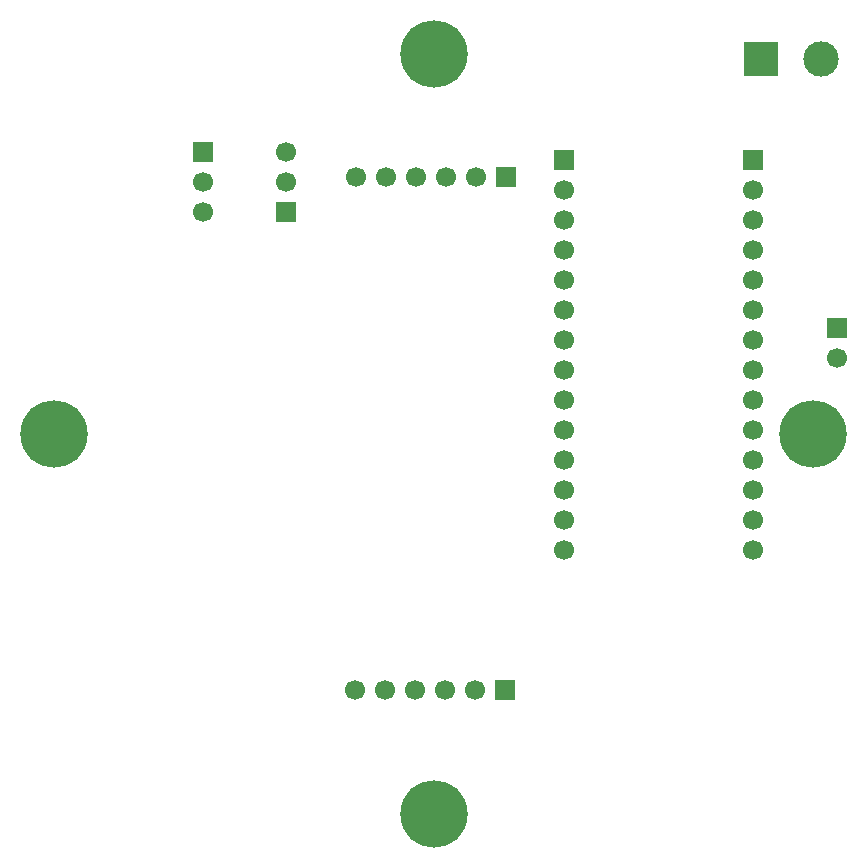
<source format=gbr>
%TF.GenerationSoftware,KiCad,Pcbnew,9.0.6*%
%TF.CreationDate,2026-01-19T06:48:40-03:00*%
%TF.ProjectId,control_dron_v5,636f6e74-726f-46c5-9f64-726f6e5f7635,rev?*%
%TF.SameCoordinates,Original*%
%TF.FileFunction,Soldermask,Bot*%
%TF.FilePolarity,Negative*%
%FSLAX46Y46*%
G04 Gerber Fmt 4.6, Leading zero omitted, Abs format (unit mm)*
G04 Created by KiCad (PCBNEW 9.0.6) date 2026-01-19 06:48:40*
%MOMM*%
%LPD*%
G01*
G04 APERTURE LIST*
%ADD10R,3.000000X3.000000*%
%ADD11C,3.000000*%
%ADD12R,1.700000X1.700000*%
%ADD13C,1.700000*%
%ADD14C,5.700000*%
G04 APERTURE END LIST*
D10*
%TO.C,J6*%
X167840000Y-44000000D03*
D11*
X172920000Y-44000000D03*
%TD*%
D12*
%TO.C,J2*%
X167165256Y-52615340D03*
D13*
X167165256Y-55155340D03*
X167165256Y-57695340D03*
X167165256Y-60235340D03*
X167165256Y-62775340D03*
X167165256Y-65315340D03*
X167165256Y-67855340D03*
X167165256Y-70395340D03*
X167165256Y-72935340D03*
X167165256Y-75475340D03*
X167165256Y-78015340D03*
X167165256Y-80555340D03*
X167165256Y-83095340D03*
X167165256Y-85635340D03*
%TD*%
D12*
%TO.C,J3*%
X146235000Y-53990000D03*
D13*
X143695000Y-53990000D03*
X141155000Y-53990000D03*
X138615000Y-53990000D03*
X136075000Y-53990000D03*
X133535000Y-53990000D03*
%TD*%
D14*
%TO.C,H1*%
X140125000Y-107925000D03*
%TD*%
%TO.C,H3*%
X108006589Y-75775000D03*
%TD*%
D12*
%TO.C,J4*%
X146185000Y-97415000D03*
D13*
X143645000Y-97415000D03*
X141105000Y-97415000D03*
X138565000Y-97415000D03*
X136025000Y-97415000D03*
X133485000Y-97415000D03*
%TD*%
D14*
%TO.C,H4*%
X140125000Y-43625000D03*
%TD*%
%TO.C,H2*%
X172243410Y-75775000D03*
%TD*%
D12*
%TO.C,J16*%
X120625000Y-51945000D03*
D13*
X120625000Y-54485000D03*
X120625000Y-57025000D03*
%TD*%
D12*
%TO.C,J7*%
X174300000Y-66830000D03*
D13*
X174300000Y-69370000D03*
%TD*%
D12*
%TO.C,J5*%
X127650000Y-56995000D03*
D13*
X127650000Y-54455000D03*
X127650000Y-51915000D03*
%TD*%
D12*
%TO.C,J1*%
X151165256Y-52615340D03*
D13*
X151165256Y-55155340D03*
X151165256Y-57695340D03*
X151165256Y-60235340D03*
X151165256Y-62775340D03*
X151165256Y-65315340D03*
X151165256Y-67855340D03*
X151165256Y-70395340D03*
X151165256Y-72935340D03*
X151165256Y-75475340D03*
X151165256Y-78015340D03*
X151165256Y-80555340D03*
X151165256Y-83095340D03*
X151165256Y-85635340D03*
%TD*%
M02*

</source>
